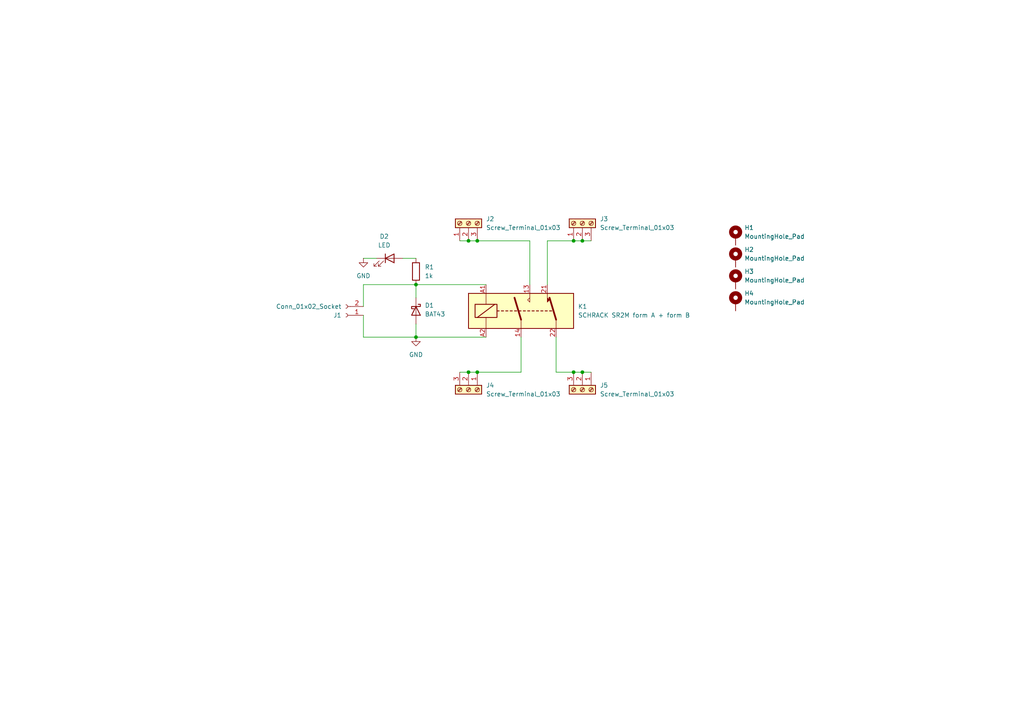
<source format=kicad_sch>
(kicad_sch
	(version 20231120)
	(generator "eeschema")
	(generator_version "8.0")
	(uuid "d4428d14-3f2a-4dd7-b52f-c40dce9b376f")
	(paper "A4")
	(title_block
		(title "Safety Relay breakout board")
		(company "Deadlock")
	)
	(lib_symbols
		(symbol "Connector:Conn_01x02_Socket"
			(pin_names
				(offset 1.016) hide)
			(exclude_from_sim no)
			(in_bom yes)
			(on_board yes)
			(property "Reference" "J"
				(at 0 2.54 0)
				(effects
					(font
						(size 1.27 1.27)
					)
				)
			)
			(property "Value" "Conn_01x02_Socket"
				(at 0 -5.08 0)
				(effects
					(font
						(size 1.27 1.27)
					)
				)
			)
			(property "Footprint" ""
				(at 0 0 0)
				(effects
					(font
						(size 1.27 1.27)
					)
					(hide yes)
				)
			)
			(property "Datasheet" "~"
				(at 0 0 0)
				(effects
					(font
						(size 1.27 1.27)
					)
					(hide yes)
				)
			)
			(property "Description" "Generic connector, single row, 01x02, script generated"
				(at 0 0 0)
				(effects
					(font
						(size 1.27 1.27)
					)
					(hide yes)
				)
			)
			(property "ki_locked" ""
				(at 0 0 0)
				(effects
					(font
						(size 1.27 1.27)
					)
				)
			)
			(property "ki_keywords" "connector"
				(at 0 0 0)
				(effects
					(font
						(size 1.27 1.27)
					)
					(hide yes)
				)
			)
			(property "ki_fp_filters" "Connector*:*_1x??_*"
				(at 0 0 0)
				(effects
					(font
						(size 1.27 1.27)
					)
					(hide yes)
				)
			)
			(symbol "Conn_01x02_Socket_1_1"
				(arc
					(start 0 -2.032)
					(mid -0.5058 -2.54)
					(end 0 -3.048)
					(stroke
						(width 0.1524)
						(type default)
					)
					(fill
						(type none)
					)
				)
				(polyline
					(pts
						(xy -1.27 -2.54) (xy -0.508 -2.54)
					)
					(stroke
						(width 0.1524)
						(type default)
					)
					(fill
						(type none)
					)
				)
				(polyline
					(pts
						(xy -1.27 0) (xy -0.508 0)
					)
					(stroke
						(width 0.1524)
						(type default)
					)
					(fill
						(type none)
					)
				)
				(arc
					(start 0 0.508)
					(mid -0.5058 0)
					(end 0 -0.508)
					(stroke
						(width 0.1524)
						(type default)
					)
					(fill
						(type none)
					)
				)
				(pin passive line
					(at -5.08 0 0)
					(length 3.81)
					(name "Pin_1"
						(effects
							(font
								(size 1.27 1.27)
							)
						)
					)
					(number "1"
						(effects
							(font
								(size 1.27 1.27)
							)
						)
					)
				)
				(pin passive line
					(at -5.08 -2.54 0)
					(length 3.81)
					(name "Pin_2"
						(effects
							(font
								(size 1.27 1.27)
							)
						)
					)
					(number "2"
						(effects
							(font
								(size 1.27 1.27)
							)
						)
					)
				)
			)
		)
		(symbol "Connector:Screw_Terminal_01x03"
			(pin_names
				(offset 1.016) hide)
			(exclude_from_sim no)
			(in_bom yes)
			(on_board yes)
			(property "Reference" "J"
				(at 0 5.08 0)
				(effects
					(font
						(size 1.27 1.27)
					)
				)
			)
			(property "Value" "Screw_Terminal_01x03"
				(at 0 -5.08 0)
				(effects
					(font
						(size 1.27 1.27)
					)
				)
			)
			(property "Footprint" ""
				(at 0 0 0)
				(effects
					(font
						(size 1.27 1.27)
					)
					(hide yes)
				)
			)
			(property "Datasheet" "~"
				(at 0 0 0)
				(effects
					(font
						(size 1.27 1.27)
					)
					(hide yes)
				)
			)
			(property "Description" "Generic screw terminal, single row, 01x03, script generated (kicad-library-utils/schlib/autogen/connector/)"
				(at 0 0 0)
				(effects
					(font
						(size 1.27 1.27)
					)
					(hide yes)
				)
			)
			(property "ki_keywords" "screw terminal"
				(at 0 0 0)
				(effects
					(font
						(size 1.27 1.27)
					)
					(hide yes)
				)
			)
			(property "ki_fp_filters" "TerminalBlock*:*"
				(at 0 0 0)
				(effects
					(font
						(size 1.27 1.27)
					)
					(hide yes)
				)
			)
			(symbol "Screw_Terminal_01x03_1_1"
				(rectangle
					(start -1.27 3.81)
					(end 1.27 -3.81)
					(stroke
						(width 0.254)
						(type default)
					)
					(fill
						(type background)
					)
				)
				(circle
					(center 0 -2.54)
					(radius 0.635)
					(stroke
						(width 0.1524)
						(type default)
					)
					(fill
						(type none)
					)
				)
				(polyline
					(pts
						(xy -0.5334 -2.2098) (xy 0.3302 -3.048)
					)
					(stroke
						(width 0.1524)
						(type default)
					)
					(fill
						(type none)
					)
				)
				(polyline
					(pts
						(xy -0.5334 0.3302) (xy 0.3302 -0.508)
					)
					(stroke
						(width 0.1524)
						(type default)
					)
					(fill
						(type none)
					)
				)
				(polyline
					(pts
						(xy -0.5334 2.8702) (xy 0.3302 2.032)
					)
					(stroke
						(width 0.1524)
						(type default)
					)
					(fill
						(type none)
					)
				)
				(polyline
					(pts
						(xy -0.3556 -2.032) (xy 0.508 -2.8702)
					)
					(stroke
						(width 0.1524)
						(type default)
					)
					(fill
						(type none)
					)
				)
				(polyline
					(pts
						(xy -0.3556 0.508) (xy 0.508 -0.3302)
					)
					(stroke
						(width 0.1524)
						(type default)
					)
					(fill
						(type none)
					)
				)
				(polyline
					(pts
						(xy -0.3556 3.048) (xy 0.508 2.2098)
					)
					(stroke
						(width 0.1524)
						(type default)
					)
					(fill
						(type none)
					)
				)
				(circle
					(center 0 0)
					(radius 0.635)
					(stroke
						(width 0.1524)
						(type default)
					)
					(fill
						(type none)
					)
				)
				(circle
					(center 0 2.54)
					(radius 0.635)
					(stroke
						(width 0.1524)
						(type default)
					)
					(fill
						(type none)
					)
				)
				(pin passive line
					(at -5.08 2.54 0)
					(length 3.81)
					(name "Pin_1"
						(effects
							(font
								(size 1.27 1.27)
							)
						)
					)
					(number "1"
						(effects
							(font
								(size 1.27 1.27)
							)
						)
					)
				)
				(pin passive line
					(at -5.08 0 0)
					(length 3.81)
					(name "Pin_2"
						(effects
							(font
								(size 1.27 1.27)
							)
						)
					)
					(number "2"
						(effects
							(font
								(size 1.27 1.27)
							)
						)
					)
				)
				(pin passive line
					(at -5.08 -2.54 0)
					(length 3.81)
					(name "Pin_3"
						(effects
							(font
								(size 1.27 1.27)
							)
						)
					)
					(number "3"
						(effects
							(font
								(size 1.27 1.27)
							)
						)
					)
				)
			)
		)
		(symbol "Device:LED"
			(pin_numbers hide)
			(pin_names
				(offset 1.016) hide)
			(exclude_from_sim no)
			(in_bom yes)
			(on_board yes)
			(property "Reference" "D"
				(at 0 2.54 0)
				(effects
					(font
						(size 1.27 1.27)
					)
				)
			)
			(property "Value" "LED"
				(at 0 -2.54 0)
				(effects
					(font
						(size 1.27 1.27)
					)
				)
			)
			(property "Footprint" ""
				(at 0 0 0)
				(effects
					(font
						(size 1.27 1.27)
					)
					(hide yes)
				)
			)
			(property "Datasheet" "~"
				(at 0 0 0)
				(effects
					(font
						(size 1.27 1.27)
					)
					(hide yes)
				)
			)
			(property "Description" "Light emitting diode"
				(at 0 0 0)
				(effects
					(font
						(size 1.27 1.27)
					)
					(hide yes)
				)
			)
			(property "ki_keywords" "LED diode"
				(at 0 0 0)
				(effects
					(font
						(size 1.27 1.27)
					)
					(hide yes)
				)
			)
			(property "ki_fp_filters" "LED* LED_SMD:* LED_THT:*"
				(at 0 0 0)
				(effects
					(font
						(size 1.27 1.27)
					)
					(hide yes)
				)
			)
			(symbol "LED_0_1"
				(polyline
					(pts
						(xy -1.27 -1.27) (xy -1.27 1.27)
					)
					(stroke
						(width 0.254)
						(type default)
					)
					(fill
						(type none)
					)
				)
				(polyline
					(pts
						(xy -1.27 0) (xy 1.27 0)
					)
					(stroke
						(width 0)
						(type default)
					)
					(fill
						(type none)
					)
				)
				(polyline
					(pts
						(xy 1.27 -1.27) (xy 1.27 1.27) (xy -1.27 0) (xy 1.27 -1.27)
					)
					(stroke
						(width 0.254)
						(type default)
					)
					(fill
						(type none)
					)
				)
				(polyline
					(pts
						(xy -3.048 -0.762) (xy -4.572 -2.286) (xy -3.81 -2.286) (xy -4.572 -2.286) (xy -4.572 -1.524)
					)
					(stroke
						(width 0)
						(type default)
					)
					(fill
						(type none)
					)
				)
				(polyline
					(pts
						(xy -1.778 -0.762) (xy -3.302 -2.286) (xy -2.54 -2.286) (xy -3.302 -2.286) (xy -3.302 -1.524)
					)
					(stroke
						(width 0)
						(type default)
					)
					(fill
						(type none)
					)
				)
			)
			(symbol "LED_1_1"
				(pin passive line
					(at -3.81 0 0)
					(length 2.54)
					(name "K"
						(effects
							(font
								(size 1.27 1.27)
							)
						)
					)
					(number "1"
						(effects
							(font
								(size 1.27 1.27)
							)
						)
					)
				)
				(pin passive line
					(at 3.81 0 180)
					(length 2.54)
					(name "A"
						(effects
							(font
								(size 1.27 1.27)
							)
						)
					)
					(number "2"
						(effects
							(font
								(size 1.27 1.27)
							)
						)
					)
				)
			)
		)
		(symbol "Device:R"
			(pin_numbers hide)
			(pin_names
				(offset 0)
			)
			(exclude_from_sim no)
			(in_bom yes)
			(on_board yes)
			(property "Reference" "R"
				(at 2.032 0 90)
				(effects
					(font
						(size 1.27 1.27)
					)
				)
			)
			(property "Value" "R"
				(at 0 0 90)
				(effects
					(font
						(size 1.27 1.27)
					)
				)
			)
			(property "Footprint" ""
				(at -1.778 0 90)
				(effects
					(font
						(size 1.27 1.27)
					)
					(hide yes)
				)
			)
			(property "Datasheet" "~"
				(at 0 0 0)
				(effects
					(font
						(size 1.27 1.27)
					)
					(hide yes)
				)
			)
			(property "Description" "Resistor"
				(at 0 0 0)
				(effects
					(font
						(size 1.27 1.27)
					)
					(hide yes)
				)
			)
			(property "ki_keywords" "R res resistor"
				(at 0 0 0)
				(effects
					(font
						(size 1.27 1.27)
					)
					(hide yes)
				)
			)
			(property "ki_fp_filters" "R_*"
				(at 0 0 0)
				(effects
					(font
						(size 1.27 1.27)
					)
					(hide yes)
				)
			)
			(symbol "R_0_1"
				(rectangle
					(start -1.016 -2.54)
					(end 1.016 2.54)
					(stroke
						(width 0.254)
						(type default)
					)
					(fill
						(type none)
					)
				)
			)
			(symbol "R_1_1"
				(pin passive line
					(at 0 3.81 270)
					(length 1.27)
					(name "~"
						(effects
							(font
								(size 1.27 1.27)
							)
						)
					)
					(number "1"
						(effects
							(font
								(size 1.27 1.27)
							)
						)
					)
				)
				(pin passive line
					(at 0 -3.81 90)
					(length 1.27)
					(name "~"
						(effects
							(font
								(size 1.27 1.27)
							)
						)
					)
					(number "2"
						(effects
							(font
								(size 1.27 1.27)
							)
						)
					)
				)
			)
		)
		(symbol "Diode:BAT43"
			(pin_numbers hide)
			(pin_names
				(offset 1.016) hide)
			(exclude_from_sim no)
			(in_bom yes)
			(on_board yes)
			(property "Reference" "D"
				(at 0 2.54 0)
				(effects
					(font
						(size 1.27 1.27)
					)
				)
			)
			(property "Value" "BAT43"
				(at 0 -2.54 0)
				(effects
					(font
						(size 1.27 1.27)
					)
				)
			)
			(property "Footprint" "Diode_THT:D_DO-35_SOD27_P7.62mm_Horizontal"
				(at 0 -4.445 0)
				(effects
					(font
						(size 1.27 1.27)
					)
					(hide yes)
				)
			)
			(property "Datasheet" "http://www.vishay.com/docs/85660/bat42.pdf"
				(at 0 0 0)
				(effects
					(font
						(size 1.27 1.27)
					)
					(hide yes)
				)
			)
			(property "Description" "30V 0.2A Small Signal Schottky Diode, DO-35"
				(at 0 0 0)
				(effects
					(font
						(size 1.27 1.27)
					)
					(hide yes)
				)
			)
			(property "ki_keywords" "diode Schottky"
				(at 0 0 0)
				(effects
					(font
						(size 1.27 1.27)
					)
					(hide yes)
				)
			)
			(property "ki_fp_filters" "D*DO?35*"
				(at 0 0 0)
				(effects
					(font
						(size 1.27 1.27)
					)
					(hide yes)
				)
			)
			(symbol "BAT43_0_1"
				(polyline
					(pts
						(xy 1.27 0) (xy -1.27 0)
					)
					(stroke
						(width 0)
						(type default)
					)
					(fill
						(type none)
					)
				)
				(polyline
					(pts
						(xy 1.27 1.27) (xy 1.27 -1.27) (xy -1.27 0) (xy 1.27 1.27)
					)
					(stroke
						(width 0.254)
						(type default)
					)
					(fill
						(type none)
					)
				)
				(polyline
					(pts
						(xy -1.905 0.635) (xy -1.905 1.27) (xy -1.27 1.27) (xy -1.27 -1.27) (xy -0.635 -1.27) (xy -0.635 -0.635)
					)
					(stroke
						(width 0.254)
						(type default)
					)
					(fill
						(type none)
					)
				)
			)
			(symbol "BAT43_1_1"
				(pin passive line
					(at -3.81 0 0)
					(length 2.54)
					(name "K"
						(effects
							(font
								(size 1.27 1.27)
							)
						)
					)
					(number "1"
						(effects
							(font
								(size 1.27 1.27)
							)
						)
					)
				)
				(pin passive line
					(at 3.81 0 180)
					(length 2.54)
					(name "A"
						(effects
							(font
								(size 1.27 1.27)
							)
						)
					)
					(number "2"
						(effects
							(font
								(size 1.27 1.27)
							)
						)
					)
				)
			)
		)
		(symbol "Mechanical:MountingHole_Pad"
			(pin_numbers hide)
			(pin_names
				(offset 1.016) hide)
			(exclude_from_sim yes)
			(in_bom no)
			(on_board yes)
			(property "Reference" "H"
				(at 0 6.35 0)
				(effects
					(font
						(size 1.27 1.27)
					)
				)
			)
			(property "Value" "MountingHole_Pad"
				(at 0 4.445 0)
				(effects
					(font
						(size 1.27 1.27)
					)
				)
			)
			(property "Footprint" ""
				(at 0 0 0)
				(effects
					(font
						(size 1.27 1.27)
					)
					(hide yes)
				)
			)
			(property "Datasheet" "~"
				(at 0 0 0)
				(effects
					(font
						(size 1.27 1.27)
					)
					(hide yes)
				)
			)
			(property "Description" "Mounting Hole with connection"
				(at 0 0 0)
				(effects
					(font
						(size 1.27 1.27)
					)
					(hide yes)
				)
			)
			(property "ki_keywords" "mounting hole"
				(at 0 0 0)
				(effects
					(font
						(size 1.27 1.27)
					)
					(hide yes)
				)
			)
			(property "ki_fp_filters" "MountingHole*Pad*"
				(at 0 0 0)
				(effects
					(font
						(size 1.27 1.27)
					)
					(hide yes)
				)
			)
			(symbol "MountingHole_Pad_0_1"
				(circle
					(center 0 1.27)
					(radius 1.27)
					(stroke
						(width 1.27)
						(type default)
					)
					(fill
						(type none)
					)
				)
			)
			(symbol "MountingHole_Pad_1_1"
				(pin input line
					(at 0 -2.54 90)
					(length 2.54)
					(name "1"
						(effects
							(font
								(size 1.27 1.27)
							)
						)
					)
					(number "1"
						(effects
							(font
								(size 1.27 1.27)
							)
						)
					)
				)
			)
		)
		(symbol "SR2M:SCHRACK_SR2M"
			(exclude_from_sim no)
			(in_bom yes)
			(on_board yes)
			(property "Reference" "K1"
				(at 16.51 1.2701 0)
				(effects
					(font
						(size 1.27 1.27)
					)
					(justify left)
				)
			)
			(property "Value" "SCHRACK SR2M form A + form B"
				(at 16.51 -1.2699 0)
				(effects
					(font
						(size 1.27 1.27)
					)
					(justify left)
				)
			)
			(property "Footprint" "DIY:Relay_Schrack-SR2M-FormA+B"
				(at 23.876 -2.286 0)
				(effects
					(font
						(size 1.27 1.27)
					)
					(hide yes)
				)
			)
			(property "Datasheet" "https://www.te.com/commerce/DocumentDelivery/DDEController?Action=srchrtrv&DocNm=SR2M&DocType=DS&DocLang=English"
				(at 0 -20.574 0)
				(effects
					(font
						(size 1.27 1.27)
					)
					(hide yes)
				)
			)
			(property "Description" "Schrank SR2M Form A + Form B relay"
				(at -0.508 -17.018 0)
				(effects
					(font
						(size 1.27 1.27)
					)
					(hide yes)
				)
			)
			(property "ki_keywords" "Dual Pole Relay"
				(at 0 0 0)
				(effects
					(font
						(size 1.27 1.27)
					)
					(hide yes)
				)
			)
			(property "ki_fp_filters" "Relay*DPDT*Finder*30.22*"
				(at 0 0 0)
				(effects
					(font
						(size 1.27 1.27)
					)
					(hide yes)
				)
			)
			(symbol "SCHRACK_SR2M_0_0"
				(polyline
					(pts
						(xy 2.54 5.08) (xy 2.54 2.54) (xy 1.905 3.175) (xy 2.54 3.81)
					)
					(stroke
						(width 0)
						(type default)
					)
					(fill
						(type none)
					)
				)
				(polyline
					(pts
						(xy 7.62 5.08) (xy 7.62 2.54) (xy 8.255 3.175) (xy 7.62 3.81)
					)
					(stroke
						(width 0)
						(type default)
					)
					(fill
						(type outline)
					)
				)
			)
			(symbol "SCHRACK_SR2M_0_1"
				(rectangle
					(start -15.24 5.08)
					(end 15.24 -5.08)
					(stroke
						(width 0.254)
						(type default)
					)
					(fill
						(type background)
					)
				)
				(rectangle
					(start -13.335 1.905)
					(end -6.985 -1.905)
					(stroke
						(width 0.254)
						(type default)
					)
					(fill
						(type none)
					)
				)
				(polyline
					(pts
						(xy -12.7 -1.905) (xy -7.62 1.905)
					)
					(stroke
						(width 0.254)
						(type default)
					)
					(fill
						(type none)
					)
				)
				(polyline
					(pts
						(xy -10.16 -5.08) (xy -10.16 -1.905)
					)
					(stroke
						(width 0)
						(type default)
					)
					(fill
						(type none)
					)
				)
				(polyline
					(pts
						(xy -10.16 5.08) (xy -10.16 1.905)
					)
					(stroke
						(width 0)
						(type default)
					)
					(fill
						(type none)
					)
				)
				(polyline
					(pts
						(xy -6.985 0) (xy -6.35 0)
					)
					(stroke
						(width 0.254)
						(type default)
					)
					(fill
						(type none)
					)
				)
				(polyline
					(pts
						(xy -5.715 0) (xy -5.08 0)
					)
					(stroke
						(width 0.254)
						(type default)
					)
					(fill
						(type none)
					)
				)
				(polyline
					(pts
						(xy -4.445 0) (xy -3.81 0)
					)
					(stroke
						(width 0.254)
						(type default)
					)
					(fill
						(type none)
					)
				)
				(polyline
					(pts
						(xy -3.175 0) (xy -2.54 0)
					)
					(stroke
						(width 0.254)
						(type default)
					)
					(fill
						(type none)
					)
				)
				(polyline
					(pts
						(xy -1.905 0) (xy -1.27 0)
					)
					(stroke
						(width 0.254)
						(type default)
					)
					(fill
						(type none)
					)
				)
				(polyline
					(pts
						(xy -0.635 0) (xy 0 0)
					)
					(stroke
						(width 0.254)
						(type default)
					)
					(fill
						(type none)
					)
				)
				(polyline
					(pts
						(xy 0 -2.54) (xy -1.905 3.81)
					)
					(stroke
						(width 0.508)
						(type default)
					)
					(fill
						(type none)
					)
				)
				(polyline
					(pts
						(xy 0 -2.54) (xy 0 -5.08)
					)
					(stroke
						(width 0)
						(type default)
					)
					(fill
						(type none)
					)
				)
				(polyline
					(pts
						(xy 0.635 0) (xy 1.27 0)
					)
					(stroke
						(width 0.254)
						(type default)
					)
					(fill
						(type none)
					)
				)
				(polyline
					(pts
						(xy 1.905 0) (xy 2.54 0)
					)
					(stroke
						(width 0.254)
						(type default)
					)
					(fill
						(type none)
					)
				)
				(polyline
					(pts
						(xy 3.175 0) (xy 3.81 0)
					)
					(stroke
						(width 0.254)
						(type default)
					)
					(fill
						(type none)
					)
				)
				(polyline
					(pts
						(xy 4.445 0) (xy 5.08 0)
					)
					(stroke
						(width 0.254)
						(type default)
					)
					(fill
						(type none)
					)
				)
				(polyline
					(pts
						(xy 5.715 0) (xy 6.35 0)
					)
					(stroke
						(width 0.254)
						(type default)
					)
					(fill
						(type none)
					)
				)
				(polyline
					(pts
						(xy 6.985 0) (xy 7.62 0)
					)
					(stroke
						(width 0.254)
						(type default)
					)
					(fill
						(type none)
					)
				)
				(polyline
					(pts
						(xy 8.255 0) (xy 8.89 0)
					)
					(stroke
						(width 0.254)
						(type default)
					)
					(fill
						(type none)
					)
				)
				(polyline
					(pts
						(xy 10.16 -2.54) (xy 8.255 3.81)
					)
					(stroke
						(width 0.508)
						(type default)
					)
					(fill
						(type none)
					)
				)
				(polyline
					(pts
						(xy 10.16 -2.54) (xy 10.16 -5.08)
					)
					(stroke
						(width 0)
						(type default)
					)
					(fill
						(type none)
					)
				)
			)
			(symbol "SCHRACK_SR2M_1_1"
				(pin passive line
					(at 2.54 7.62 270)
					(length 2.54)
					(name "~"
						(effects
							(font
								(size 1.27 1.27)
							)
						)
					)
					(number "13"
						(effects
							(font
								(size 1.27 1.27)
							)
						)
					)
				)
				(pin passive line
					(at 0 -7.62 90)
					(length 2.54)
					(name "~"
						(effects
							(font
								(size 1.27 1.27)
							)
						)
					)
					(number "14"
						(effects
							(font
								(size 1.27 1.27)
							)
						)
					)
				)
				(pin passive line
					(at 7.62 7.62 270)
					(length 2.54)
					(name "~"
						(effects
							(font
								(size 1.27 1.27)
							)
						)
					)
					(number "21"
						(effects
							(font
								(size 1.27 1.27)
							)
						)
					)
				)
				(pin passive line
					(at 10.16 -7.62 90)
					(length 2.54)
					(name "~"
						(effects
							(font
								(size 1.27 1.27)
							)
						)
					)
					(number "22"
						(effects
							(font
								(size 1.27 1.27)
							)
						)
					)
				)
				(pin passive line
					(at -10.16 7.62 270)
					(length 2.54)
					(name "~"
						(effects
							(font
								(size 1.27 1.27)
							)
						)
					)
					(number "A1"
						(effects
							(font
								(size 1.27 1.27)
							)
						)
					)
				)
				(pin passive line
					(at -10.16 -7.62 90)
					(length 2.54)
					(name "~"
						(effects
							(font
								(size 1.27 1.27)
							)
						)
					)
					(number "A2"
						(effects
							(font
								(size 1.27 1.27)
							)
						)
					)
				)
			)
		)
		(symbol "power:GND"
			(power)
			(pin_numbers hide)
			(pin_names
				(offset 0) hide)
			(exclude_from_sim no)
			(in_bom yes)
			(on_board yes)
			(property "Reference" "#PWR"
				(at 0 -6.35 0)
				(effects
					(font
						(size 1.27 1.27)
					)
					(hide yes)
				)
			)
			(property "Value" "GND"
				(at 0 -3.81 0)
				(effects
					(font
						(size 1.27 1.27)
					)
				)
			)
			(property "Footprint" ""
				(at 0 0 0)
				(effects
					(font
						(size 1.27 1.27)
					)
					(hide yes)
				)
			)
			(property "Datasheet" ""
				(at 0 0 0)
				(effects
					(font
						(size 1.27 1.27)
					)
					(hide yes)
				)
			)
			(property "Description" "Power symbol creates a global label with name \"GND\" , ground"
				(at 0 0 0)
				(effects
					(font
						(size 1.27 1.27)
					)
					(hide yes)
				)
			)
			(property "ki_keywords" "global power"
				(at 0 0 0)
				(effects
					(font
						(size 1.27 1.27)
					)
					(hide yes)
				)
			)
			(symbol "GND_0_1"
				(polyline
					(pts
						(xy 0 0) (xy 0 -1.27) (xy 1.27 -1.27) (xy 0 -2.54) (xy -1.27 -1.27) (xy 0 -1.27)
					)
					(stroke
						(width 0)
						(type default)
					)
					(fill
						(type none)
					)
				)
			)
			(symbol "GND_1_1"
				(pin power_in line
					(at 0 0 270)
					(length 0)
					(name "~"
						(effects
							(font
								(size 1.27 1.27)
							)
						)
					)
					(number "1"
						(effects
							(font
								(size 1.27 1.27)
							)
						)
					)
				)
			)
		)
	)
	(junction
		(at 138.43 69.85)
		(diameter 0)
		(color 0 0 0 0)
		(uuid "0ed306c3-38f1-418f-8f7d-804fc3140599")
	)
	(junction
		(at 138.43 107.95)
		(diameter 0)
		(color 0 0 0 0)
		(uuid "3804375d-fe3d-4ba1-88af-b35d3693b901")
	)
	(junction
		(at 166.37 69.85)
		(diameter 0)
		(color 0 0 0 0)
		(uuid "59f13ce6-108e-4c1d-89c3-07f5797b51e7")
	)
	(junction
		(at 135.89 107.95)
		(diameter 0)
		(color 0 0 0 0)
		(uuid "68e2d0f1-9582-4f1f-b194-2cd8492fb4a6")
	)
	(junction
		(at 120.65 82.55)
		(diameter 0)
		(color 0 0 0 0)
		(uuid "91f119b1-17a4-4625-a64b-a0974b0be07c")
	)
	(junction
		(at 168.91 69.85)
		(diameter 0)
		(color 0 0 0 0)
		(uuid "a174937d-fda0-4f35-87cc-e4b52c7fb52e")
	)
	(junction
		(at 166.37 107.95)
		(diameter 0)
		(color 0 0 0 0)
		(uuid "b7cb3149-08fd-4234-a55c-84ab1c788e26")
	)
	(junction
		(at 135.89 69.85)
		(diameter 0)
		(color 0 0 0 0)
		(uuid "e56335a8-4a00-4aca-8ca3-80dfa23e8846")
	)
	(junction
		(at 168.91 107.95)
		(diameter 0)
		(color 0 0 0 0)
		(uuid "ebf05d39-9af8-4874-8bf0-a9102735b208")
	)
	(junction
		(at 120.65 97.79)
		(diameter 0)
		(color 0 0 0 0)
		(uuid "fe91563e-46e9-46a1-a7ce-59f20d14a4a5")
	)
	(wire
		(pts
			(xy 168.91 107.95) (xy 171.45 107.95)
		)
		(stroke
			(width 0)
			(type default)
		)
		(uuid "01bed5b6-d78d-40d7-bbcf-555286e0f8f7")
	)
	(wire
		(pts
			(xy 168.91 69.85) (xy 171.45 69.85)
		)
		(stroke
			(width 0)
			(type default)
		)
		(uuid "0bcb70cc-aae6-4863-b7af-ad96e7d22f6f")
	)
	(wire
		(pts
			(xy 105.41 82.55) (xy 105.41 88.9)
		)
		(stroke
			(width 0)
			(type default)
		)
		(uuid "0f5d4b21-5355-4223-9f62-e8c880a55563")
	)
	(wire
		(pts
			(xy 105.41 82.55) (xy 120.65 82.55)
		)
		(stroke
			(width 0)
			(type default)
		)
		(uuid "1dd11285-07d5-4e60-8aa0-8612b766efbc")
	)
	(wire
		(pts
			(xy 105.41 97.79) (xy 120.65 97.79)
		)
		(stroke
			(width 0)
			(type default)
		)
		(uuid "2a020ef9-173c-4bf4-a5c6-901c18d9b2e2")
	)
	(wire
		(pts
			(xy 166.37 107.95) (xy 168.91 107.95)
		)
		(stroke
			(width 0)
			(type default)
		)
		(uuid "2b156d3f-006d-4191-9d49-d6fc98f07dcc")
	)
	(wire
		(pts
			(xy 120.65 82.55) (xy 140.97 82.55)
		)
		(stroke
			(width 0)
			(type default)
		)
		(uuid "2c980748-ce7b-4c47-a3d9-19e8746c47d3")
	)
	(wire
		(pts
			(xy 138.43 69.85) (xy 135.89 69.85)
		)
		(stroke
			(width 0)
			(type default)
		)
		(uuid "47a16e4c-3304-4764-b60e-e6c2fe03f133")
	)
	(wire
		(pts
			(xy 140.97 97.79) (xy 120.65 97.79)
		)
		(stroke
			(width 0)
			(type default)
		)
		(uuid "49bfe8dc-d9f7-4b50-b961-05acbce8e5a6")
	)
	(wire
		(pts
			(xy 158.75 82.55) (xy 158.75 69.85)
		)
		(stroke
			(width 0)
			(type default)
		)
		(uuid "57dcb551-20f5-48d3-aa1d-e322a27937ab")
	)
	(wire
		(pts
			(xy 116.84 74.93) (xy 120.65 74.93)
		)
		(stroke
			(width 0)
			(type default)
		)
		(uuid "5bf3fe9b-3d5f-4452-8190-da09b0a52d99")
	)
	(wire
		(pts
			(xy 151.13 107.95) (xy 138.43 107.95)
		)
		(stroke
			(width 0)
			(type default)
		)
		(uuid "6d00b17c-e0ea-489f-beac-d3fd911ee078")
	)
	(wire
		(pts
			(xy 153.67 82.55) (xy 153.67 69.85)
		)
		(stroke
			(width 0)
			(type default)
		)
		(uuid "9632ef87-cc41-443e-aeb4-07db495c08b0")
	)
	(wire
		(pts
			(xy 161.29 107.95) (xy 166.37 107.95)
		)
		(stroke
			(width 0)
			(type default)
		)
		(uuid "98157497-71a1-4969-9d6c-dcf4b32e2f8a")
	)
	(wire
		(pts
			(xy 105.41 74.93) (xy 109.22 74.93)
		)
		(stroke
			(width 0)
			(type default)
		)
		(uuid "a2e3f744-1606-464e-a3bb-62e10db9dd5b")
	)
	(wire
		(pts
			(xy 151.13 97.79) (xy 151.13 107.95)
		)
		(stroke
			(width 0)
			(type default)
		)
		(uuid "a94bef81-3255-4f50-a03f-22bc58df63f3")
	)
	(wire
		(pts
			(xy 120.65 86.36) (xy 120.65 82.55)
		)
		(stroke
			(width 0)
			(type default)
		)
		(uuid "d19eadde-7579-4507-b291-efa163e9b3cb")
	)
	(wire
		(pts
			(xy 135.89 69.85) (xy 133.35 69.85)
		)
		(stroke
			(width 0)
			(type default)
		)
		(uuid "d1c95bdb-cf03-4b70-88c2-cbf4b3755e4b")
	)
	(wire
		(pts
			(xy 153.67 69.85) (xy 138.43 69.85)
		)
		(stroke
			(width 0)
			(type default)
		)
		(uuid "d66c3bb5-d27c-4131-80f3-e93b5548011e")
	)
	(wire
		(pts
			(xy 120.65 97.79) (xy 120.65 93.98)
		)
		(stroke
			(width 0)
			(type default)
		)
		(uuid "d6750e96-ebbe-4bce-810e-eef1a7d3fb3e")
	)
	(wire
		(pts
			(xy 161.29 97.79) (xy 161.29 107.95)
		)
		(stroke
			(width 0)
			(type default)
		)
		(uuid "d6f97caf-72eb-4e3d-bb8d-1288ece712b1")
	)
	(wire
		(pts
			(xy 135.89 107.95) (xy 133.35 107.95)
		)
		(stroke
			(width 0)
			(type default)
		)
		(uuid "d944b5f4-0a8e-4546-928d-d9ed92d5f0f9")
	)
	(wire
		(pts
			(xy 158.75 69.85) (xy 166.37 69.85)
		)
		(stroke
			(width 0)
			(type default)
		)
		(uuid "db6f5dec-2148-4246-9d6f-9092fdcb5213")
	)
	(wire
		(pts
			(xy 105.41 91.44) (xy 105.41 97.79)
		)
		(stroke
			(width 0)
			(type default)
		)
		(uuid "e1b76386-99b3-47b2-bd03-d56a5dce3cff")
	)
	(wire
		(pts
			(xy 138.43 107.95) (xy 135.89 107.95)
		)
		(stroke
			(width 0)
			(type default)
		)
		(uuid "e4e0f8ff-7f3d-46fd-ab85-6033fb9e98a4")
	)
	(wire
		(pts
			(xy 166.37 69.85) (xy 168.91 69.85)
		)
		(stroke
			(width 0)
			(type default)
		)
		(uuid "eeb1bed2-72f4-426b-8986-782dace388cc")
	)
	(symbol
		(lib_id "Mechanical:MountingHole_Pad")
		(at 213.36 87.63 0)
		(unit 1)
		(exclude_from_sim yes)
		(in_bom no)
		(on_board yes)
		(dnp no)
		(fields_autoplaced yes)
		(uuid "2294e710-5a2a-4933-b877-151ce691fe5c")
		(property "Reference" "H4"
			(at 215.9 85.0899 0)
			(effects
				(font
					(size 1.27 1.27)
				)
				(justify left)
			)
		)
		(property "Value" "MountingHole_Pad"
			(at 215.9 87.6299 0)
			(effects
				(font
					(size 1.27 1.27)
				)
				(justify left)
			)
		)
		(property "Footprint" "MountingHole:MountingHole_3.2mm_M3_ISO7380_Pad"
			(at 213.36 87.63 0)
			(effects
				(font
					(size 1.27 1.27)
				)
				(hide yes)
			)
		)
		(property "Datasheet" "~"
			(at 213.36 87.63 0)
			(effects
				(font
					(size 1.27 1.27)
				)
				(hide yes)
			)
		)
		(property "Description" "Mounting Hole with connection"
			(at 213.36 87.63 0)
			(effects
				(font
					(size 1.27 1.27)
				)
				(hide yes)
			)
		)
		(pin "1"
			(uuid "42515fec-4eb2-4548-a533-c9407886ca2f")
		)
		(instances
			(project ""
				(path "/d4428d14-3f2a-4dd7-b52f-c40dce9b376f"
					(reference "H4")
					(unit 1)
				)
			)
		)
	)
	(symbol
		(lib_id "Connector:Conn_01x02_Socket")
		(at 100.33 91.44 180)
		(unit 1)
		(exclude_from_sim no)
		(in_bom yes)
		(on_board yes)
		(dnp no)
		(uuid "28c57e9e-8ca0-425b-be7b-d3fbc01ab12b")
		(property "Reference" "J1"
			(at 99.06 91.4401 0)
			(effects
				(font
					(size 1.27 1.27)
				)
				(justify left)
			)
		)
		(property "Value" "Conn_01x02_Socket"
			(at 99.06 88.9001 0)
			(effects
				(font
					(size 1.27 1.27)
				)
				(justify left)
			)
		)
		(property "Footprint" "Connector_JST:JST_XH_B2B-XH-A_1x02_P2.50mm_Vertical"
			(at 100.33 91.44 0)
			(effects
				(font
					(size 1.27 1.27)
				)
				(hide yes)
			)
		)
		(property "Datasheet" "~"
			(at 100.33 91.44 0)
			(effects
				(font
					(size 1.27 1.27)
				)
				(hide yes)
			)
		)
		(property "Description" "Generic connector, single row, 01x02, script generated"
			(at 100.33 91.44 0)
			(effects
				(font
					(size 1.27 1.27)
				)
				(hide yes)
			)
		)
		(pin "2"
			(uuid "6cd32daa-c284-46d7-a052-4dd601a9212e")
		)
		(pin "1"
			(uuid "c550273a-8924-470d-bf3a-f89492f80a84")
		)
		(instances
			(project ""
				(path "/d4428d14-3f2a-4dd7-b52f-c40dce9b376f"
					(reference "J1")
					(unit 1)
				)
			)
		)
	)
	(symbol
		(lib_id "Connector:Screw_Terminal_01x03")
		(at 168.91 64.77 90)
		(unit 1)
		(exclude_from_sim no)
		(in_bom yes)
		(on_board yes)
		(dnp no)
		(fields_autoplaced yes)
		(uuid "38d56ae6-b917-4a4b-82d4-6492060a6bfd")
		(property "Reference" "J3"
			(at 173.99 63.4999 90)
			(effects
				(font
					(size 1.27 1.27)
				)
				(justify right)
			)
		)
		(property "Value" "Screw_Terminal_01x03"
			(at 173.99 66.0399 90)
			(effects
				(font
					(size 1.27 1.27)
				)
				(justify right)
			)
		)
		(property "Footprint" "TerminalBlock_RND:TerminalBlock_RND_205-00046_1x03_P5.00mm_Horizontal"
			(at 168.91 64.77 0)
			(effects
				(font
					(size 1.27 1.27)
				)
				(hide yes)
			)
		)
		(property "Datasheet" "~"
			(at 168.91 64.77 0)
			(effects
				(font
					(size 1.27 1.27)
				)
				(hide yes)
			)
		)
		(property "Description" "Generic screw terminal, single row, 01x03, script generated (kicad-library-utils/schlib/autogen/connector/)"
			(at 168.91 64.77 0)
			(effects
				(font
					(size 1.27 1.27)
				)
				(hide yes)
			)
		)
		(pin "1"
			(uuid "4d658199-2bbb-4e98-8e4a-4f89fc057b23")
		)
		(pin "3"
			(uuid "2d84b564-f9d0-401c-893a-d1c774ed6c24")
		)
		(pin "2"
			(uuid "6a50b675-0a7d-47e3-9ee7-7a482709eb25")
		)
		(instances
			(project ""
				(path "/d4428d14-3f2a-4dd7-b52f-c40dce9b376f"
					(reference "J3")
					(unit 1)
				)
			)
		)
	)
	(symbol
		(lib_id "power:GND")
		(at 120.65 97.79 0)
		(unit 1)
		(exclude_from_sim no)
		(in_bom yes)
		(on_board yes)
		(dnp no)
		(fields_autoplaced yes)
		(uuid "392cf03d-d012-4692-97d2-b72ead597c54")
		(property "Reference" "#PWR01"
			(at 120.65 104.14 0)
			(effects
				(font
					(size 1.27 1.27)
				)
				(hide yes)
			)
		)
		(property "Value" "GND"
			(at 120.65 102.87 0)
			(effects
				(font
					(size 1.27 1.27)
				)
			)
		)
		(property "Footprint" ""
			(at 120.65 97.79 0)
			(effects
				(font
					(size 1.27 1.27)
				)
				(hide yes)
			)
		)
		(property "Datasheet" ""
			(at 120.65 97.79 0)
			(effects
				(font
					(size 1.27 1.27)
				)
				(hide yes)
			)
		)
		(property "Description" "Power symbol creates a global label with name \"GND\" , ground"
			(at 120.65 97.79 0)
			(effects
				(font
					(size 1.27 1.27)
				)
				(hide yes)
			)
		)
		(pin "1"
			(uuid "d0ab4b38-3bf8-4d54-894c-59afb2acb401")
		)
		(instances
			(project ""
				(path "/d4428d14-3f2a-4dd7-b52f-c40dce9b376f"
					(reference "#PWR01")
					(unit 1)
				)
			)
		)
	)
	(symbol
		(lib_id "Mechanical:MountingHole_Pad")
		(at 213.36 74.93 0)
		(unit 1)
		(exclude_from_sim yes)
		(in_bom no)
		(on_board yes)
		(dnp no)
		(fields_autoplaced yes)
		(uuid "460ea552-2bce-4edc-8af1-f51e97c419b2")
		(property "Reference" "H2"
			(at 215.9 72.3899 0)
			(effects
				(font
					(size 1.27 1.27)
				)
				(justify left)
			)
		)
		(property "Value" "MountingHole_Pad"
			(at 215.9 74.9299 0)
			(effects
				(font
					(size 1.27 1.27)
				)
				(justify left)
			)
		)
		(property "Footprint" "MountingHole:MountingHole_3.2mm_M3_ISO7380_Pad"
			(at 213.36 74.93 0)
			(effects
				(font
					(size 1.27 1.27)
				)
				(hide yes)
			)
		)
		(property "Datasheet" "~"
			(at 213.36 74.93 0)
			(effects
				(font
					(size 1.27 1.27)
				)
				(hide yes)
			)
		)
		(property "Description" "Mounting Hole with connection"
			(at 213.36 74.93 0)
			(effects
				(font
					(size 1.27 1.27)
				)
				(hide yes)
			)
		)
		(pin "1"
			(uuid "42515fec-4eb2-4548-a533-c9407886ca2f")
		)
		(instances
			(project ""
				(path "/d4428d14-3f2a-4dd7-b52f-c40dce9b376f"
					(reference "H2")
					(unit 1)
				)
			)
		)
	)
	(symbol
		(lib_id "Mechanical:MountingHole_Pad")
		(at 213.36 68.58 0)
		(unit 1)
		(exclude_from_sim yes)
		(in_bom no)
		(on_board yes)
		(dnp no)
		(fields_autoplaced yes)
		(uuid "4b90c6fa-dff4-4894-b475-fdfca77d5aed")
		(property "Reference" "H1"
			(at 215.9 66.0399 0)
			(effects
				(font
					(size 1.27 1.27)
				)
				(justify left)
			)
		)
		(property "Value" "MountingHole_Pad"
			(at 215.9 68.5799 0)
			(effects
				(font
					(size 1.27 1.27)
				)
				(justify left)
			)
		)
		(property "Footprint" "MountingHole:MountingHole_3.2mm_M3_ISO7380_Pad"
			(at 213.36 68.58 0)
			(effects
				(font
					(size 1.27 1.27)
				)
				(hide yes)
			)
		)
		(property "Datasheet" "~"
			(at 213.36 68.58 0)
			(effects
				(font
					(size 1.27 1.27)
				)
				(hide yes)
			)
		)
		(property "Description" "Mounting Hole with connection"
			(at 213.36 68.58 0)
			(effects
				(font
					(size 1.27 1.27)
				)
				(hide yes)
			)
		)
		(pin "1"
			(uuid "9996cd65-c1c6-4b18-a7a8-f950b3391166")
		)
		(instances
			(project ""
				(path "/d4428d14-3f2a-4dd7-b52f-c40dce9b376f"
					(reference "H1")
					(unit 1)
				)
			)
		)
	)
	(symbol
		(lib_id "Connector:Screw_Terminal_01x03")
		(at 135.89 64.77 90)
		(unit 1)
		(exclude_from_sim no)
		(in_bom yes)
		(on_board yes)
		(dnp no)
		(fields_autoplaced yes)
		(uuid "598e1eca-73b9-439e-9c7e-df8dd141ea1e")
		(property "Reference" "J2"
			(at 140.97 63.4999 90)
			(effects
				(font
					(size 1.27 1.27)
				)
				(justify right)
			)
		)
		(property "Value" "Screw_Terminal_01x03"
			(at 140.97 66.0399 90)
			(effects
				(font
					(size 1.27 1.27)
				)
				(justify right)
			)
		)
		(property "Footprint" "TerminalBlock_RND:TerminalBlock_RND_205-00046_1x03_P5.00mm_Horizontal"
			(at 135.89 64.77 0)
			(effects
				(font
					(size 1.27 1.27)
				)
				(hide yes)
			)
		)
		(property "Datasheet" "~"
			(at 135.89 64.77 0)
			(effects
				(font
					(size 1.27 1.27)
				)
				(hide yes)
			)
		)
		(property "Description" "Generic screw terminal, single row, 01x03, script generated (kicad-library-utils/schlib/autogen/connector/)"
			(at 135.89 64.77 0)
			(effects
				(font
					(size 1.27 1.27)
				)
				(hide yes)
			)
		)
		(pin "1"
			(uuid "4d658199-2bbb-4e98-8e4a-4f89fc057b23")
		)
		(pin "3"
			(uuid "2d84b564-f9d0-401c-893a-d1c774ed6c24")
		)
		(pin "2"
			(uuid "6a50b675-0a7d-47e3-9ee7-7a482709eb25")
		)
		(instances
			(project ""
				(path "/d4428d14-3f2a-4dd7-b52f-c40dce9b376f"
					(reference "J2")
					(unit 1)
				)
			)
		)
	)
	(symbol
		(lib_id "Connector:Screw_Terminal_01x03")
		(at 135.89 113.03 270)
		(unit 1)
		(exclude_from_sim no)
		(in_bom yes)
		(on_board yes)
		(dnp no)
		(fields_autoplaced yes)
		(uuid "678024a0-cd98-4348-82d3-254a3d52be9b")
		(property "Reference" "J4"
			(at 140.97 111.7599 90)
			(effects
				(font
					(size 1.27 1.27)
				)
				(justify left)
			)
		)
		(property "Value" "Screw_Terminal_01x03"
			(at 140.97 114.2999 90)
			(effects
				(font
					(size 1.27 1.27)
				)
				(justify left)
			)
		)
		(property "Footprint" "TerminalBlock_RND:TerminalBlock_RND_205-00046_1x03_P5.00mm_Horizontal"
			(at 135.89 113.03 0)
			(effects
				(font
					(size 1.27 1.27)
				)
				(hide yes)
			)
		)
		(property "Datasheet" "~"
			(at 135.89 113.03 0)
			(effects
				(font
					(size 1.27 1.27)
				)
				(hide yes)
			)
		)
		(property "Description" "Generic screw terminal, single row, 01x03, script generated (kicad-library-utils/schlib/autogen/connector/)"
			(at 135.89 113.03 0)
			(effects
				(font
					(size 1.27 1.27)
				)
				(hide yes)
			)
		)
		(pin "1"
			(uuid "4d658199-2bbb-4e98-8e4a-4f89fc057b23")
		)
		(pin "3"
			(uuid "2d84b564-f9d0-401c-893a-d1c774ed6c24")
		)
		(pin "2"
			(uuid "6a50b675-0a7d-47e3-9ee7-7a482709eb25")
		)
		(instances
			(project ""
				(path "/d4428d14-3f2a-4dd7-b52f-c40dce9b376f"
					(reference "J4")
					(unit 1)
				)
			)
		)
	)
	(symbol
		(lib_id "Connector:Screw_Terminal_01x03")
		(at 168.91 113.03 270)
		(unit 1)
		(exclude_from_sim no)
		(in_bom yes)
		(on_board yes)
		(dnp no)
		(fields_autoplaced yes)
		(uuid "75c6316d-680c-43e1-9f74-a92b78ffb08b")
		(property "Reference" "J5"
			(at 173.99 111.7599 90)
			(effects
				(font
					(size 1.27 1.27)
				)
				(justify left)
			)
		)
		(property "Value" "Screw_Terminal_01x03"
			(at 173.99 114.2999 90)
			(effects
				(font
					(size 1.27 1.27)
				)
				(justify left)
			)
		)
		(property "Footprint" "TerminalBlock_RND:TerminalBlock_RND_205-00046_1x03_P5.00mm_Horizontal"
			(at 168.91 113.03 0)
			(effects
				(font
					(size 1.27 1.27)
				)
				(hide yes)
			)
		)
		(property "Datasheet" "~"
			(at 168.91 113.03 0)
			(effects
				(font
					(size 1.27 1.27)
				)
				(hide yes)
			)
		)
		(property "Description" "Generic screw terminal, single row, 01x03, script generated (kicad-library-utils/schlib/autogen/connector/)"
			(at 168.91 113.03 0)
			(effects
				(font
					(size 1.27 1.27)
				)
				(hide yes)
			)
		)
		(pin "1"
			(uuid "4d658199-2bbb-4e98-8e4a-4f89fc057b23")
		)
		(pin "3"
			(uuid "2d84b564-f9d0-401c-893a-d1c774ed6c24")
		)
		(pin "2"
			(uuid "6a50b675-0a7d-47e3-9ee7-7a482709eb25")
		)
		(instances
			(project ""
				(path "/d4428d14-3f2a-4dd7-b52f-c40dce9b376f"
					(reference "J5")
					(unit 1)
				)
			)
		)
	)
	(symbol
		(lib_id "Diode:BAT43")
		(at 120.65 90.17 270)
		(unit 1)
		(exclude_from_sim no)
		(in_bom yes)
		(on_board yes)
		(dnp no)
		(fields_autoplaced yes)
		(uuid "9e61ecfa-b04a-4a21-ac82-ea8da42dbbb2")
		(property "Reference" "D1"
			(at 123.19 88.5824 90)
			(effects
				(font
					(size 1.27 1.27)
				)
				(justify left)
			)
		)
		(property "Value" "BAT43"
			(at 123.19 91.1224 90)
			(effects
				(font
					(size 1.27 1.27)
				)
				(justify left)
			)
		)
		(property "Footprint" "Diode_THT:D_DO-35_SOD27_P7.62mm_Horizontal"
			(at 116.205 90.17 0)
			(effects
				(font
					(size 1.27 1.27)
				)
				(hide yes)
			)
		)
		(property "Datasheet" "http://www.vishay.com/docs/85660/bat42.pdf"
			(at 120.65 90.17 0)
			(effects
				(font
					(size 1.27 1.27)
				)
				(hide yes)
			)
		)
		(property "Description" "30V 0.2A Small Signal Schottky Diode, DO-35"
			(at 120.65 90.17 0)
			(effects
				(font
					(size 1.27 1.27)
				)
				(hide yes)
			)
		)
		(pin "1"
			(uuid "3debcad6-d74f-417e-b90b-d187a6a3e94f")
		)
		(pin "2"
			(uuid "ed1a2bb2-0017-42c8-9702-ddc1dacf6a7d")
		)
		(instances
			(project ""
				(path "/d4428d14-3f2a-4dd7-b52f-c40dce9b376f"
					(reference "D1")
					(unit 1)
				)
			)
		)
	)
	(symbol
		(lib_id "Device:R")
		(at 120.65 78.74 0)
		(unit 1)
		(exclude_from_sim no)
		(in_bom yes)
		(on_board yes)
		(dnp no)
		(fields_autoplaced yes)
		(uuid "b6d75865-3d36-4c14-99da-303bb542b9ba")
		(property "Reference" "R1"
			(at 123.19 77.4699 0)
			(effects
				(font
					(size 1.27 1.27)
				)
				(justify left)
			)
		)
		(property "Value" "1k"
			(at 123.19 80.0099 0)
			(effects
				(font
					(size 1.27 1.27)
				)
				(justify left)
			)
		)
		(property "Footprint" "Resistor_THT:R_Axial_DIN0204_L3.6mm_D1.6mm_P5.08mm_Horizontal"
			(at 118.872 78.74 90)
			(effects
				(font
					(size 1.27 1.27)
				)
				(hide yes)
			)
		)
		(property "Datasheet" "~"
			(at 120.65 78.74 0)
			(effects
				(font
					(size 1.27 1.27)
				)
				(hide yes)
			)
		)
		(property "Description" "Resistor"
			(at 120.65 78.74 0)
			(effects
				(font
					(size 1.27 1.27)
				)
				(hide yes)
			)
		)
		(pin "1"
			(uuid "2badcf90-0855-4e8b-ac2f-945233949d04")
		)
		(pin "2"
			(uuid "5e67ca1d-72a9-441c-b362-3a9fef2e6bf4")
		)
		(instances
			(project ""
				(path "/d4428d14-3f2a-4dd7-b52f-c40dce9b376f"
					(reference "R1")
					(unit 1)
				)
			)
		)
	)
	(symbol
		(lib_id "Mechanical:MountingHole_Pad")
		(at 213.36 81.28 0)
		(unit 1)
		(exclude_from_sim yes)
		(in_bom no)
		(on_board yes)
		(dnp no)
		(fields_autoplaced yes)
		(uuid "c21e195a-faa9-4228-a193-aa42fba474fc")
		(property "Reference" "H3"
			(at 215.9 78.7399 0)
			(effects
				(font
					(size 1.27 1.27)
				)
				(justify left)
			)
		)
		(property "Value" "MountingHole_Pad"
			(at 215.9 81.2799 0)
			(effects
				(font
					(size 1.27 1.27)
				)
				(justify left)
			)
		)
		(property "Footprint" "MountingHole:MountingHole_3.2mm_M3_ISO7380_Pad"
			(at 213.36 81.28 0)
			(effects
				(font
					(size 1.27 1.27)
				)
				(hide yes)
			)
		)
		(property "Datasheet" "~"
			(at 213.36 81.28 0)
			(effects
				(font
					(size 1.27 1.27)
				)
				(hide yes)
			)
		)
		(property "Description" "Mounting Hole with connection"
			(at 213.36 81.28 0)
			(effects
				(font
					(size 1.27 1.27)
				)
				(hide yes)
			)
		)
		(pin "1"
			(uuid "42515fec-4eb2-4548-a533-c9407886ca2f")
		)
		(instances
			(project ""
				(path "/d4428d14-3f2a-4dd7-b52f-c40dce9b376f"
					(reference "H3")
					(unit 1)
				)
			)
		)
	)
	(symbol
		(lib_id "Device:LED")
		(at 113.03 74.93 0)
		(unit 1)
		(exclude_from_sim no)
		(in_bom yes)
		(on_board yes)
		(dnp no)
		(fields_autoplaced yes)
		(uuid "d34950d7-300e-467f-90fb-afa233536e39")
		(property "Reference" "D2"
			(at 111.4425 68.58 0)
			(effects
				(font
					(size 1.27 1.27)
				)
			)
		)
		(property "Value" "LED"
			(at 111.4425 71.12 0)
			(effects
				(font
					(size 1.27 1.27)
				)
			)
		)
		(property "Footprint" "LED_THT:LED_D3.0mm"
			(at 113.03 74.93 0)
			(effects
				(font
					(size 1.27 1.27)
				)
				(hide yes)
			)
		)
		(property "Datasheet" "~"
			(at 113.03 74.93 0)
			(effects
				(font
					(size 1.27 1.27)
				)
				(hide yes)
			)
		)
		(property "Description" "Light emitting diode"
			(at 113.03 74.93 0)
			(effects
				(font
					(size 1.27 1.27)
				)
				(hide yes)
			)
		)
		(pin "2"
			(uuid "6e844fec-4511-456b-991a-e113c9bf34e7")
		)
		(pin "1"
			(uuid "cb5ac343-120f-4b8c-9eb0-cc9d29a9ebd7")
		)
		(instances
			(project ""
				(path "/d4428d14-3f2a-4dd7-b52f-c40dce9b376f"
					(reference "D2")
					(unit 1)
				)
			)
		)
	)
	(symbol
		(lib_id "power:GND")
		(at 105.41 74.93 0)
		(unit 1)
		(exclude_from_sim no)
		(in_bom yes)
		(on_board yes)
		(dnp no)
		(fields_autoplaced yes)
		(uuid "e035d4df-0d6d-42df-8da3-abd16202bc75")
		(property "Reference" "#PWR02"
			(at 105.41 81.28 0)
			(effects
				(font
					(size 1.27 1.27)
				)
				(hide yes)
			)
		)
		(property "Value" "GND"
			(at 105.41 80.01 0)
			(effects
				(font
					(size 1.27 1.27)
				)
			)
		)
		(property "Footprint" ""
			(at 105.41 74.93 0)
			(effects
				(font
					(size 1.27 1.27)
				)
				(hide yes)
			)
		)
		(property "Datasheet" ""
			(at 105.41 74.93 0)
			(effects
				(font
					(size 1.27 1.27)
				)
				(hide yes)
			)
		)
		(property "Description" "Power symbol creates a global label with name \"GND\" , ground"
			(at 105.41 74.93 0)
			(effects
				(font
					(size 1.27 1.27)
				)
				(hide yes)
			)
		)
		(pin "1"
			(uuid "5016c53d-012f-4b15-8982-b0f00a314bb8")
		)
		(instances
			(project "SafetyRelay"
				(path "/d4428d14-3f2a-4dd7-b52f-c40dce9b376f"
					(reference "#PWR02")
					(unit 1)
				)
			)
		)
	)
	(symbol
		(lib_id "SR2M:SCHRACK_SR2M")
		(at 151.13 90.17 0)
		(unit 1)
		(exclude_from_sim no)
		(in_bom yes)
		(on_board yes)
		(dnp no)
		(fields_autoplaced yes)
		(uuid "ed2e7c3a-f9d7-461d-9932-271012b1fdca")
		(property "Reference" "K1"
			(at 167.64 88.8999 0)
			(effects
				(font
					(size 1.27 1.27)
				)
				(justify left)
			)
		)
		(property "Value" "SCHRACK SR2M form A + form B"
			(at 167.64 91.4399 0)
			(effects
				(font
					(size 1.27 1.27)
				)
				(justify left)
			)
		)
		(property "Footprint" "DIY:Relay_Schrack-SR2M-FormA+B"
			(at 175.006 92.456 0)
			(effects
				(font
					(size 1.27 1.27)
				)
				(hide yes)
			)
		)
		(property "Datasheet" "https://www.te.com/commerce/DocumentDelivery/DDEController?Action=srchrtrv&DocNm=SR2M&DocType=DS&DocLang=English"
			(at 151.13 110.744 0)
			(effects
				(font
					(size 1.27 1.27)
				)
				(hide yes)
			)
		)
		(property "Description" "Schrank SR2M Form A + Form B relay"
			(at 150.622 107.188 0)
			(effects
				(font
					(size 1.27 1.27)
				)
				(hide yes)
			)
		)
		(pin "14"
			(uuid "e1b60bde-29d7-49d3-81eb-7fc3b122d3be")
		)
		(pin "22"
			(uuid "98c42fec-5644-4378-8b4a-6bb2694c482e")
		)
		(pin "21"
			(uuid "555d3686-f069-48ab-aa35-e352c3af7358")
		)
		(pin "13"
			(uuid "a47d8260-46ee-43ca-9848-9262407464fc")
		)
		(pin "A1"
			(uuid "703fdc95-8210-4a1d-9a4b-fb70c02cd0b7")
		)
		(pin "A2"
			(uuid "ccfcd247-67c5-454b-aaeb-8d418d9fdae6")
		)
		(instances
			(project ""
				(path "/d4428d14-3f2a-4dd7-b52f-c40dce9b376f"
					(reference "K1")
					(unit 1)
				)
			)
		)
	)
	(sheet_instances
		(path "/"
			(page "1")
		)
	)
)

</source>
